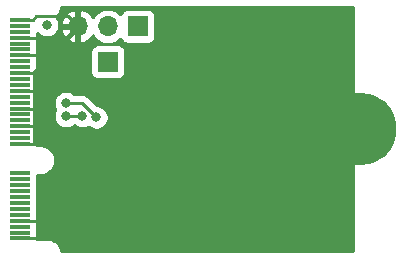
<source format=gbr>
G04 #@! TF.GenerationSoftware,KiCad,Pcbnew,5.1.4-3.fc30*
G04 #@! TF.CreationDate,2020-01-13T02:26:48-05:00*
G04 #@! TF.ProjectId,librem5-m2-breakout,6c696272-656d-4352-9d6d-322d62726561,v0.5.0*
G04 #@! TF.SameCoordinates,Original*
G04 #@! TF.FileFunction,Copper,L1,Top*
G04 #@! TF.FilePolarity,Positive*
%FSLAX46Y46*%
G04 Gerber Fmt 4.6, Leading zero omitted, Abs format (unit mm)*
G04 Created by KiCad (PCBNEW 5.1.4-3.fc30) date 2020-01-13 02:26:48*
%MOMM*%
%LPD*%
G04 APERTURE LIST*
%ADD10R,1.700000X1.700000*%
%ADD11O,1.700000X1.700000*%
%ADD12C,6.150000*%
%ADD13R,1.700000X0.350000*%
%ADD14C,0.800000*%
%ADD15C,0.250000*%
%ADD16C,0.254000*%
G04 APERTURE END LIST*
D10*
X130000000Y-86300000D03*
D11*
X127460000Y-86300000D03*
X124920000Y-86300000D03*
D10*
X127460000Y-89300000D03*
D12*
X148850000Y-95000000D03*
D13*
X120000000Y-104250000D03*
X120000000Y-103750000D03*
X120000000Y-103250000D03*
X120000000Y-102750000D03*
X120000000Y-102250000D03*
X120000000Y-101750000D03*
X120000000Y-99250000D03*
X120000000Y-98750000D03*
X120000000Y-96250000D03*
X120000000Y-95750000D03*
X120000000Y-95250000D03*
X120000000Y-94750000D03*
X120000000Y-94250000D03*
X120000000Y-93750000D03*
X120000000Y-93250000D03*
X120000000Y-92750000D03*
X120000000Y-92250000D03*
X120000000Y-91750000D03*
X120000000Y-91250000D03*
X120000000Y-90750000D03*
X120000000Y-90250000D03*
X120000000Y-89750000D03*
X120000000Y-89250000D03*
X120000000Y-88750000D03*
X120000000Y-88250000D03*
X120000000Y-87750000D03*
X120000000Y-87250000D03*
X120000000Y-86750000D03*
X120000000Y-86250000D03*
X120000000Y-85750000D03*
X120000000Y-101250000D03*
X120000000Y-100750000D03*
X120000000Y-100250000D03*
X120000000Y-99750000D03*
D14*
X122300000Y-86200000D03*
X126500000Y-94000000D03*
X123900000Y-92800000D03*
X123000000Y-103000016D03*
X122000000Y-93900000D03*
X131300000Y-102250000D03*
X123900000Y-93900016D03*
X125300000Y-93900000D03*
D15*
X125300000Y-92800000D02*
X124465685Y-92800000D01*
X124465685Y-92800000D02*
X123900000Y-92800000D01*
X126500000Y-94000000D02*
X125300000Y-92800000D01*
X123970000Y-87250000D02*
X124920000Y-86300000D01*
X120000000Y-87250000D02*
X123970000Y-87250000D01*
X122470000Y-88750000D02*
X124920000Y-86300000D01*
X120000000Y-88750000D02*
X122470000Y-88750000D01*
X124920000Y-86430000D02*
X124920000Y-86300000D01*
X120000000Y-90250000D02*
X121100000Y-90250000D01*
X124070001Y-85450001D02*
X124920000Y-86300000D01*
X121399999Y-85450001D02*
X124070001Y-85450001D01*
X120000000Y-85750000D02*
X121100000Y-85750000D01*
X121100000Y-85750000D02*
X121399999Y-85450001D01*
X121199990Y-90150010D02*
X121525000Y-89825000D01*
X120000000Y-91750000D02*
X121100000Y-91750000D01*
X121100000Y-91750000D02*
X121199990Y-91650010D01*
X121525000Y-89825000D02*
X124920000Y-86430000D01*
X121100000Y-90250000D02*
X121525000Y-89825000D01*
X120000000Y-93250000D02*
X121100000Y-93250000D01*
X121100000Y-93250000D02*
X121199990Y-93150010D01*
X121199990Y-91650010D02*
X121199990Y-91400010D01*
X121199990Y-91400010D02*
X121199990Y-90150010D01*
X121100000Y-94750000D02*
X121199990Y-94650010D01*
X120000000Y-94750000D02*
X121100000Y-94750000D01*
X121199990Y-93150010D02*
X121199990Y-92900010D01*
X121199990Y-92900010D02*
X121199990Y-91400010D01*
X120000000Y-96250000D02*
X121100000Y-96250000D01*
X121100000Y-96250000D02*
X121199990Y-96150010D01*
X121199990Y-94650010D02*
X121199990Y-94500010D01*
X121199990Y-94500010D02*
X121199990Y-92900010D01*
X121199990Y-94899990D02*
X121199990Y-94500010D01*
X121199990Y-96150010D02*
X121199990Y-94899990D01*
X120000000Y-102750000D02*
X122749984Y-102750000D01*
X122749984Y-102750000D02*
X123000000Y-103000016D01*
X121199990Y-94700010D02*
X122000000Y-93900000D01*
X121199990Y-94899990D02*
X121199990Y-94700010D01*
X123375000Y-104775000D02*
X124045000Y-104775000D01*
X124045000Y-104775000D02*
X125220000Y-104775000D01*
X120000000Y-104250000D02*
X122850000Y-104250000D01*
X122850000Y-104250000D02*
X123375000Y-104775000D01*
X141299990Y-102250000D02*
X148549990Y-95000000D01*
X131300000Y-102250000D02*
X141299990Y-102250000D01*
X125300000Y-93900000D02*
X123900016Y-93900000D01*
X123900016Y-93900000D02*
X123900000Y-93900016D01*
D16*
G36*
X148190000Y-105340000D02*
G01*
X123505057Y-105340000D01*
X123501311Y-105304360D01*
X123500450Y-105295617D01*
X123500362Y-105295325D01*
X123496173Y-105255473D01*
X123484140Y-105196854D01*
X123472936Y-105138116D01*
X123470272Y-105129294D01*
X123441416Y-105036075D01*
X123418238Y-104980937D01*
X123395825Y-104925463D01*
X123391498Y-104917327D01*
X123345085Y-104831489D01*
X123311645Y-104781913D01*
X123278881Y-104731844D01*
X123273057Y-104724703D01*
X123210855Y-104649514D01*
X123168406Y-104607361D01*
X123126561Y-104564629D01*
X123119460Y-104558755D01*
X123043839Y-104497079D01*
X122994034Y-104463988D01*
X122944650Y-104430174D01*
X122936544Y-104425792D01*
X122850383Y-104379980D01*
X122795091Y-104357191D01*
X122740102Y-104333622D01*
X122731299Y-104330897D01*
X122637881Y-104302692D01*
X122579174Y-104291067D01*
X122520684Y-104278635D01*
X122511530Y-104277673D01*
X122511524Y-104277672D01*
X122511519Y-104277672D01*
X122414402Y-104268150D01*
X122382419Y-104265000D01*
X121388284Y-104265000D01*
X121439502Y-104169180D01*
X121474525Y-104053725D01*
X121485000Y-104043250D01*
X121480514Y-104001738D01*
X121488072Y-103925000D01*
X121488072Y-103575000D01*
X121480685Y-103500000D01*
X121488072Y-103425000D01*
X121488072Y-103075000D01*
X121480514Y-102998262D01*
X121485000Y-102956750D01*
X121474525Y-102946275D01*
X121439502Y-102830820D01*
X121396302Y-102750000D01*
X121439502Y-102669180D01*
X121474525Y-102553725D01*
X121485000Y-102543250D01*
X121480514Y-102501738D01*
X121488072Y-102425000D01*
X121488072Y-102075000D01*
X121480685Y-102000000D01*
X121488072Y-101925000D01*
X121488072Y-101575000D01*
X121480685Y-101500000D01*
X121488072Y-101425000D01*
X121488072Y-101075000D01*
X121480685Y-101000000D01*
X121488072Y-100925000D01*
X121488072Y-100575000D01*
X121480685Y-100500000D01*
X121488072Y-100425000D01*
X121488072Y-100075000D01*
X121480685Y-100000000D01*
X121488072Y-99925000D01*
X121488072Y-99575000D01*
X121480685Y-99500000D01*
X121488072Y-99425000D01*
X121488072Y-99075000D01*
X121480685Y-99000000D01*
X121488072Y-98925000D01*
X121488072Y-98885000D01*
X121782419Y-98885000D01*
X121814991Y-98881792D01*
X121822782Y-98881792D01*
X121831947Y-98880829D01*
X121948317Y-98867776D01*
X122006834Y-98855337D01*
X122065512Y-98843719D01*
X122074315Y-98840994D01*
X122185933Y-98805586D01*
X122240904Y-98782024D01*
X122296216Y-98759227D01*
X122304322Y-98754844D01*
X122406937Y-98698431D01*
X122456298Y-98664632D01*
X122506118Y-98631533D01*
X122513218Y-98625659D01*
X122602922Y-98550389D01*
X122644767Y-98507659D01*
X122687223Y-98465498D01*
X122693047Y-98458357D01*
X122766422Y-98367097D01*
X122799178Y-98317041D01*
X122832629Y-98267447D01*
X122836955Y-98259310D01*
X122891206Y-98155536D01*
X122913608Y-98100087D01*
X122936794Y-98044931D01*
X122939457Y-98036109D01*
X122972519Y-97923775D01*
X122983724Y-97865034D01*
X122995757Y-97806417D01*
X122996656Y-97797246D01*
X123007269Y-97680628D01*
X123006851Y-97620811D01*
X123007269Y-97560994D01*
X123006370Y-97551823D01*
X122994130Y-97435365D01*
X122982098Y-97376753D01*
X122970893Y-97318008D01*
X122968229Y-97309186D01*
X122933602Y-97197324D01*
X122910416Y-97142168D01*
X122888014Y-97086719D01*
X122883688Y-97078582D01*
X122827993Y-96975575D01*
X122794557Y-96926005D01*
X122761785Y-96875923D01*
X122755960Y-96868782D01*
X122681318Y-96778556D01*
X122638884Y-96736418D01*
X122597022Y-96693669D01*
X122589921Y-96687796D01*
X122589918Y-96687793D01*
X122589914Y-96687791D01*
X122499176Y-96613785D01*
X122449376Y-96580698D01*
X122399993Y-96546884D01*
X122391891Y-96542505D01*
X122391887Y-96542502D01*
X122391883Y-96542500D01*
X122288493Y-96487527D01*
X122233234Y-96464751D01*
X122178205Y-96441165D01*
X122169402Y-96438441D01*
X122057301Y-96404596D01*
X121998628Y-96392979D01*
X121940111Y-96380540D01*
X121930946Y-96379577D01*
X121814405Y-96368150D01*
X121814402Y-96368150D01*
X121782419Y-96365000D01*
X121393250Y-96365000D01*
X121347725Y-96319475D01*
X121380537Y-96279494D01*
X121439502Y-96169180D01*
X121474525Y-96053725D01*
X121485000Y-96043250D01*
X121480514Y-96001738D01*
X121488072Y-95925000D01*
X121488072Y-95575000D01*
X121480685Y-95500000D01*
X121488072Y-95425000D01*
X121488072Y-95075000D01*
X121480514Y-94998262D01*
X121485000Y-94956750D01*
X121474525Y-94946275D01*
X121439502Y-94830820D01*
X121396302Y-94750000D01*
X121439502Y-94669180D01*
X121474525Y-94553725D01*
X121485000Y-94543250D01*
X121480514Y-94501738D01*
X121488072Y-94425000D01*
X121488072Y-94075000D01*
X121480685Y-93999999D01*
X121488072Y-93925000D01*
X121488072Y-93575000D01*
X121480514Y-93498262D01*
X121485000Y-93456750D01*
X121474525Y-93446275D01*
X121439502Y-93330820D01*
X121396302Y-93250000D01*
X121439502Y-93169180D01*
X121474525Y-93053725D01*
X121485000Y-93043250D01*
X121480514Y-93001738D01*
X121488072Y-92925000D01*
X121488072Y-92698061D01*
X122865000Y-92698061D01*
X122865000Y-92901939D01*
X122904774Y-93101898D01*
X122982795Y-93290256D01*
X123022720Y-93350008D01*
X122982795Y-93409760D01*
X122904774Y-93598118D01*
X122865000Y-93798077D01*
X122865000Y-94001955D01*
X122904774Y-94201914D01*
X122982795Y-94390272D01*
X123096063Y-94559790D01*
X123240226Y-94703953D01*
X123409744Y-94817221D01*
X123598102Y-94895242D01*
X123798061Y-94935016D01*
X124001939Y-94935016D01*
X124201898Y-94895242D01*
X124390256Y-94817221D01*
X124559774Y-94703953D01*
X124600008Y-94663719D01*
X124640226Y-94703937D01*
X124809744Y-94817205D01*
X124998102Y-94895226D01*
X125198061Y-94935000D01*
X125401939Y-94935000D01*
X125601898Y-94895226D01*
X125790256Y-94817205D01*
X125828164Y-94791875D01*
X125840226Y-94803937D01*
X126009744Y-94917205D01*
X126198102Y-94995226D01*
X126398061Y-95035000D01*
X126601939Y-95035000D01*
X126801898Y-94995226D01*
X126990256Y-94917205D01*
X127159774Y-94803937D01*
X127303937Y-94659774D01*
X127417205Y-94490256D01*
X127495226Y-94301898D01*
X127535000Y-94101939D01*
X127535000Y-93898061D01*
X127495226Y-93698102D01*
X127417205Y-93509744D01*
X127303937Y-93340226D01*
X127159774Y-93196063D01*
X126990256Y-93082795D01*
X126801898Y-93004774D01*
X126601939Y-92965000D01*
X126539802Y-92965000D01*
X125863804Y-92289003D01*
X125840001Y-92259999D01*
X125724276Y-92165026D01*
X125592247Y-92094454D01*
X125448986Y-92050997D01*
X125337333Y-92040000D01*
X125337322Y-92040000D01*
X125300000Y-92036324D01*
X125262678Y-92040000D01*
X124603711Y-92040000D01*
X124559774Y-91996063D01*
X124390256Y-91882795D01*
X124201898Y-91804774D01*
X124001939Y-91765000D01*
X123798061Y-91765000D01*
X123598102Y-91804774D01*
X123409744Y-91882795D01*
X123240226Y-91996063D01*
X123096063Y-92140226D01*
X122982795Y-92309744D01*
X122904774Y-92498102D01*
X122865000Y-92698061D01*
X121488072Y-92698061D01*
X121488072Y-92575000D01*
X121480685Y-92500000D01*
X121488072Y-92425000D01*
X121488072Y-92075000D01*
X121480514Y-91998262D01*
X121485000Y-91956750D01*
X121474525Y-91946275D01*
X121439502Y-91830820D01*
X121396302Y-91750000D01*
X121439502Y-91669180D01*
X121474525Y-91553725D01*
X121485000Y-91543250D01*
X121480514Y-91501738D01*
X121488072Y-91425000D01*
X121488072Y-91075000D01*
X121480685Y-91000000D01*
X121488072Y-90925000D01*
X121488072Y-90575000D01*
X121480514Y-90498262D01*
X121485000Y-90456750D01*
X121474525Y-90446275D01*
X121439502Y-90330820D01*
X121396302Y-90250000D01*
X121439502Y-90169180D01*
X121474525Y-90053725D01*
X121485000Y-90043250D01*
X121480514Y-90001738D01*
X121488072Y-89925000D01*
X121488072Y-89575000D01*
X121480685Y-89500000D01*
X121488072Y-89425000D01*
X121488072Y-89075000D01*
X121480514Y-88998262D01*
X121485000Y-88956750D01*
X121474525Y-88946275D01*
X121439502Y-88830820D01*
X121396302Y-88750000D01*
X121439502Y-88669180D01*
X121474525Y-88553725D01*
X121485000Y-88543250D01*
X121480514Y-88501738D01*
X121485609Y-88450000D01*
X125971928Y-88450000D01*
X125971928Y-90150000D01*
X125984188Y-90274482D01*
X126020498Y-90394180D01*
X126079463Y-90504494D01*
X126158815Y-90601185D01*
X126255506Y-90680537D01*
X126365820Y-90739502D01*
X126485518Y-90775812D01*
X126610000Y-90788072D01*
X128310000Y-90788072D01*
X128434482Y-90775812D01*
X128554180Y-90739502D01*
X128664494Y-90680537D01*
X128761185Y-90601185D01*
X128840537Y-90504494D01*
X128899502Y-90394180D01*
X128935812Y-90274482D01*
X128948072Y-90150000D01*
X128948072Y-88450000D01*
X128935812Y-88325518D01*
X128899502Y-88205820D01*
X128840537Y-88095506D01*
X128761185Y-87998815D01*
X128664494Y-87919463D01*
X128554180Y-87860498D01*
X128434482Y-87824188D01*
X128310000Y-87811928D01*
X126610000Y-87811928D01*
X126485518Y-87824188D01*
X126365820Y-87860498D01*
X126255506Y-87919463D01*
X126158815Y-87998815D01*
X126079463Y-88095506D01*
X126020498Y-88205820D01*
X125984188Y-88325518D01*
X125971928Y-88450000D01*
X121485609Y-88450000D01*
X121488072Y-88425000D01*
X121488072Y-88075000D01*
X121480685Y-88000000D01*
X121488072Y-87925000D01*
X121488072Y-87575000D01*
X121480514Y-87498262D01*
X121485000Y-87456750D01*
X121474525Y-87446275D01*
X121439502Y-87330820D01*
X121396302Y-87250000D01*
X121439502Y-87169180D01*
X121474525Y-87053725D01*
X121485000Y-87043250D01*
X121480514Y-87001738D01*
X121488072Y-86925000D01*
X121488072Y-86847815D01*
X121496063Y-86859774D01*
X121640226Y-87003937D01*
X121809744Y-87117205D01*
X121998102Y-87195226D01*
X122198061Y-87235000D01*
X122401939Y-87235000D01*
X122601898Y-87195226D01*
X122790256Y-87117205D01*
X122959774Y-87003937D01*
X123103937Y-86859774D01*
X123217205Y-86690256D01*
X123231025Y-86656891D01*
X123478519Y-86656891D01*
X123575843Y-86931252D01*
X123724822Y-87181355D01*
X123919731Y-87397588D01*
X124153080Y-87571641D01*
X124415901Y-87696825D01*
X124563110Y-87741476D01*
X124793000Y-87620155D01*
X124793000Y-86427000D01*
X123599186Y-86427000D01*
X123478519Y-86656891D01*
X123231025Y-86656891D01*
X123295226Y-86501898D01*
X123335000Y-86301939D01*
X123335000Y-86098061D01*
X123304179Y-85943109D01*
X123478519Y-85943109D01*
X123599186Y-86173000D01*
X124793000Y-86173000D01*
X124793000Y-84979845D01*
X125047000Y-84979845D01*
X125047000Y-86173000D01*
X125067000Y-86173000D01*
X125067000Y-86427000D01*
X125047000Y-86427000D01*
X125047000Y-87620155D01*
X125276890Y-87741476D01*
X125424099Y-87696825D01*
X125686920Y-87571641D01*
X125920269Y-87397588D01*
X126115178Y-87181355D01*
X126184799Y-87064477D01*
X126219294Y-87129014D01*
X126404866Y-87355134D01*
X126630986Y-87540706D01*
X126888966Y-87678599D01*
X127168889Y-87763513D01*
X127387050Y-87785000D01*
X127532950Y-87785000D01*
X127751111Y-87763513D01*
X128031034Y-87678599D01*
X128289014Y-87540706D01*
X128515134Y-87355134D01*
X128539607Y-87325313D01*
X128560498Y-87394180D01*
X128619463Y-87504494D01*
X128698815Y-87601185D01*
X128795506Y-87680537D01*
X128905820Y-87739502D01*
X129025518Y-87775812D01*
X129150000Y-87788072D01*
X130850000Y-87788072D01*
X130974482Y-87775812D01*
X131094180Y-87739502D01*
X131204494Y-87680537D01*
X131301185Y-87601185D01*
X131380537Y-87504494D01*
X131439502Y-87394180D01*
X131475812Y-87274482D01*
X131488072Y-87150000D01*
X131488072Y-85450000D01*
X131475812Y-85325518D01*
X131439502Y-85205820D01*
X131380537Y-85095506D01*
X131301185Y-84998815D01*
X131204494Y-84919463D01*
X131094180Y-84860498D01*
X130974482Y-84824188D01*
X130850000Y-84811928D01*
X129150000Y-84811928D01*
X129025518Y-84824188D01*
X128905820Y-84860498D01*
X128795506Y-84919463D01*
X128698815Y-84998815D01*
X128619463Y-85095506D01*
X128560498Y-85205820D01*
X128539607Y-85274687D01*
X128515134Y-85244866D01*
X128289014Y-85059294D01*
X128031034Y-84921401D01*
X127751111Y-84836487D01*
X127532950Y-84815000D01*
X127387050Y-84815000D01*
X127168889Y-84836487D01*
X126888966Y-84921401D01*
X126630986Y-85059294D01*
X126404866Y-85244866D01*
X126219294Y-85470986D01*
X126184799Y-85535523D01*
X126115178Y-85418645D01*
X125920269Y-85202412D01*
X125686920Y-85028359D01*
X125424099Y-84903175D01*
X125276890Y-84858524D01*
X125047000Y-84979845D01*
X124793000Y-84979845D01*
X124563110Y-84858524D01*
X124415901Y-84903175D01*
X124153080Y-85028359D01*
X123919731Y-85202412D01*
X123724822Y-85418645D01*
X123575843Y-85668748D01*
X123478519Y-85943109D01*
X123304179Y-85943109D01*
X123295226Y-85898102D01*
X123217205Y-85709744D01*
X123103937Y-85540226D01*
X123056575Y-85492864D01*
X123125486Y-85435855D01*
X123167639Y-85393406D01*
X123210371Y-85351561D01*
X123216245Y-85344460D01*
X123277921Y-85268840D01*
X123311052Y-85218975D01*
X123344825Y-85169650D01*
X123349208Y-85161544D01*
X123395020Y-85075383D01*
X123417809Y-85020091D01*
X123441378Y-84965102D01*
X123444103Y-84956299D01*
X123472308Y-84862881D01*
X123483933Y-84804174D01*
X123496365Y-84745684D01*
X123497327Y-84736530D01*
X123497328Y-84736524D01*
X123497328Y-84736519D01*
X123504830Y-84660000D01*
X148190001Y-84660000D01*
X148190000Y-105340000D01*
X148190000Y-105340000D01*
G37*
X148190000Y-105340000D02*
X123505057Y-105340000D01*
X123501311Y-105304360D01*
X123500450Y-105295617D01*
X123500362Y-105295325D01*
X123496173Y-105255473D01*
X123484140Y-105196854D01*
X123472936Y-105138116D01*
X123470272Y-105129294D01*
X123441416Y-105036075D01*
X123418238Y-104980937D01*
X123395825Y-104925463D01*
X123391498Y-104917327D01*
X123345085Y-104831489D01*
X123311645Y-104781913D01*
X123278881Y-104731844D01*
X123273057Y-104724703D01*
X123210855Y-104649514D01*
X123168406Y-104607361D01*
X123126561Y-104564629D01*
X123119460Y-104558755D01*
X123043839Y-104497079D01*
X122994034Y-104463988D01*
X122944650Y-104430174D01*
X122936544Y-104425792D01*
X122850383Y-104379980D01*
X122795091Y-104357191D01*
X122740102Y-104333622D01*
X122731299Y-104330897D01*
X122637881Y-104302692D01*
X122579174Y-104291067D01*
X122520684Y-104278635D01*
X122511530Y-104277673D01*
X122511524Y-104277672D01*
X122511519Y-104277672D01*
X122414402Y-104268150D01*
X122382419Y-104265000D01*
X121388284Y-104265000D01*
X121439502Y-104169180D01*
X121474525Y-104053725D01*
X121485000Y-104043250D01*
X121480514Y-104001738D01*
X121488072Y-103925000D01*
X121488072Y-103575000D01*
X121480685Y-103500000D01*
X121488072Y-103425000D01*
X121488072Y-103075000D01*
X121480514Y-102998262D01*
X121485000Y-102956750D01*
X121474525Y-102946275D01*
X121439502Y-102830820D01*
X121396302Y-102750000D01*
X121439502Y-102669180D01*
X121474525Y-102553725D01*
X121485000Y-102543250D01*
X121480514Y-102501738D01*
X121488072Y-102425000D01*
X121488072Y-102075000D01*
X121480685Y-102000000D01*
X121488072Y-101925000D01*
X121488072Y-101575000D01*
X121480685Y-101500000D01*
X121488072Y-101425000D01*
X121488072Y-101075000D01*
X121480685Y-101000000D01*
X121488072Y-100925000D01*
X121488072Y-100575000D01*
X121480685Y-100500000D01*
X121488072Y-100425000D01*
X121488072Y-100075000D01*
X121480685Y-100000000D01*
X121488072Y-99925000D01*
X121488072Y-99575000D01*
X121480685Y-99500000D01*
X121488072Y-99425000D01*
X121488072Y-99075000D01*
X121480685Y-99000000D01*
X121488072Y-98925000D01*
X121488072Y-98885000D01*
X121782419Y-98885000D01*
X121814991Y-98881792D01*
X121822782Y-98881792D01*
X121831947Y-98880829D01*
X121948317Y-98867776D01*
X122006834Y-98855337D01*
X122065512Y-98843719D01*
X122074315Y-98840994D01*
X122185933Y-98805586D01*
X122240904Y-98782024D01*
X122296216Y-98759227D01*
X122304322Y-98754844D01*
X122406937Y-98698431D01*
X122456298Y-98664632D01*
X122506118Y-98631533D01*
X122513218Y-98625659D01*
X122602922Y-98550389D01*
X122644767Y-98507659D01*
X122687223Y-98465498D01*
X122693047Y-98458357D01*
X122766422Y-98367097D01*
X122799178Y-98317041D01*
X122832629Y-98267447D01*
X122836955Y-98259310D01*
X122891206Y-98155536D01*
X122913608Y-98100087D01*
X122936794Y-98044931D01*
X122939457Y-98036109D01*
X122972519Y-97923775D01*
X122983724Y-97865034D01*
X122995757Y-97806417D01*
X122996656Y-97797246D01*
X123007269Y-97680628D01*
X123006851Y-97620811D01*
X123007269Y-97560994D01*
X123006370Y-97551823D01*
X122994130Y-97435365D01*
X122982098Y-97376753D01*
X122970893Y-97318008D01*
X122968229Y-97309186D01*
X122933602Y-97197324D01*
X122910416Y-97142168D01*
X122888014Y-97086719D01*
X122883688Y-97078582D01*
X122827993Y-96975575D01*
X122794557Y-96926005D01*
X122761785Y-96875923D01*
X122755960Y-96868782D01*
X122681318Y-96778556D01*
X122638884Y-96736418D01*
X122597022Y-96693669D01*
X122589921Y-96687796D01*
X122589918Y-96687793D01*
X122589914Y-96687791D01*
X122499176Y-96613785D01*
X122449376Y-96580698D01*
X122399993Y-96546884D01*
X122391891Y-96542505D01*
X122391887Y-96542502D01*
X122391883Y-96542500D01*
X122288493Y-96487527D01*
X122233234Y-96464751D01*
X122178205Y-96441165D01*
X122169402Y-96438441D01*
X122057301Y-96404596D01*
X121998628Y-96392979D01*
X121940111Y-96380540D01*
X121930946Y-96379577D01*
X121814405Y-96368150D01*
X121814402Y-96368150D01*
X121782419Y-96365000D01*
X121393250Y-96365000D01*
X121347725Y-96319475D01*
X121380537Y-96279494D01*
X121439502Y-96169180D01*
X121474525Y-96053725D01*
X121485000Y-96043250D01*
X121480514Y-96001738D01*
X121488072Y-95925000D01*
X121488072Y-95575000D01*
X121480685Y-95500000D01*
X121488072Y-95425000D01*
X121488072Y-95075000D01*
X121480514Y-94998262D01*
X121485000Y-94956750D01*
X121474525Y-94946275D01*
X121439502Y-94830820D01*
X121396302Y-94750000D01*
X121439502Y-94669180D01*
X121474525Y-94553725D01*
X121485000Y-94543250D01*
X121480514Y-94501738D01*
X121488072Y-94425000D01*
X121488072Y-94075000D01*
X121480685Y-93999999D01*
X121488072Y-93925000D01*
X121488072Y-93575000D01*
X121480514Y-93498262D01*
X121485000Y-93456750D01*
X121474525Y-93446275D01*
X121439502Y-93330820D01*
X121396302Y-93250000D01*
X121439502Y-93169180D01*
X121474525Y-93053725D01*
X121485000Y-93043250D01*
X121480514Y-93001738D01*
X121488072Y-92925000D01*
X121488072Y-92698061D01*
X122865000Y-92698061D01*
X122865000Y-92901939D01*
X122904774Y-93101898D01*
X122982795Y-93290256D01*
X123022720Y-93350008D01*
X122982795Y-93409760D01*
X122904774Y-93598118D01*
X122865000Y-93798077D01*
X122865000Y-94001955D01*
X122904774Y-94201914D01*
X122982795Y-94390272D01*
X123096063Y-94559790D01*
X123240226Y-94703953D01*
X123409744Y-94817221D01*
X123598102Y-94895242D01*
X123798061Y-94935016D01*
X124001939Y-94935016D01*
X124201898Y-94895242D01*
X124390256Y-94817221D01*
X124559774Y-94703953D01*
X124600008Y-94663719D01*
X124640226Y-94703937D01*
X124809744Y-94817205D01*
X124998102Y-94895226D01*
X125198061Y-94935000D01*
X125401939Y-94935000D01*
X125601898Y-94895226D01*
X125790256Y-94817205D01*
X125828164Y-94791875D01*
X125840226Y-94803937D01*
X126009744Y-94917205D01*
X126198102Y-94995226D01*
X126398061Y-95035000D01*
X126601939Y-95035000D01*
X126801898Y-94995226D01*
X126990256Y-94917205D01*
X127159774Y-94803937D01*
X127303937Y-94659774D01*
X127417205Y-94490256D01*
X127495226Y-94301898D01*
X127535000Y-94101939D01*
X127535000Y-93898061D01*
X127495226Y-93698102D01*
X127417205Y-93509744D01*
X127303937Y-93340226D01*
X127159774Y-93196063D01*
X126990256Y-93082795D01*
X126801898Y-93004774D01*
X126601939Y-92965000D01*
X126539802Y-92965000D01*
X125863804Y-92289003D01*
X125840001Y-92259999D01*
X125724276Y-92165026D01*
X125592247Y-92094454D01*
X125448986Y-92050997D01*
X125337333Y-92040000D01*
X125337322Y-92040000D01*
X125300000Y-92036324D01*
X125262678Y-92040000D01*
X124603711Y-92040000D01*
X124559774Y-91996063D01*
X124390256Y-91882795D01*
X124201898Y-91804774D01*
X124001939Y-91765000D01*
X123798061Y-91765000D01*
X123598102Y-91804774D01*
X123409744Y-91882795D01*
X123240226Y-91996063D01*
X123096063Y-92140226D01*
X122982795Y-92309744D01*
X122904774Y-92498102D01*
X122865000Y-92698061D01*
X121488072Y-92698061D01*
X121488072Y-92575000D01*
X121480685Y-92500000D01*
X121488072Y-92425000D01*
X121488072Y-92075000D01*
X121480514Y-91998262D01*
X121485000Y-91956750D01*
X121474525Y-91946275D01*
X121439502Y-91830820D01*
X121396302Y-91750000D01*
X121439502Y-91669180D01*
X121474525Y-91553725D01*
X121485000Y-91543250D01*
X121480514Y-91501738D01*
X121488072Y-91425000D01*
X121488072Y-91075000D01*
X121480685Y-91000000D01*
X121488072Y-90925000D01*
X121488072Y-90575000D01*
X121480514Y-90498262D01*
X121485000Y-90456750D01*
X121474525Y-90446275D01*
X121439502Y-90330820D01*
X121396302Y-90250000D01*
X121439502Y-90169180D01*
X121474525Y-90053725D01*
X121485000Y-90043250D01*
X121480514Y-90001738D01*
X121488072Y-89925000D01*
X121488072Y-89575000D01*
X121480685Y-89500000D01*
X121488072Y-89425000D01*
X121488072Y-89075000D01*
X121480514Y-88998262D01*
X121485000Y-88956750D01*
X121474525Y-88946275D01*
X121439502Y-88830820D01*
X121396302Y-88750000D01*
X121439502Y-88669180D01*
X121474525Y-88553725D01*
X121485000Y-88543250D01*
X121480514Y-88501738D01*
X121485609Y-88450000D01*
X125971928Y-88450000D01*
X125971928Y-90150000D01*
X125984188Y-90274482D01*
X126020498Y-90394180D01*
X126079463Y-90504494D01*
X126158815Y-90601185D01*
X126255506Y-90680537D01*
X126365820Y-90739502D01*
X126485518Y-90775812D01*
X126610000Y-90788072D01*
X128310000Y-90788072D01*
X128434482Y-90775812D01*
X128554180Y-90739502D01*
X128664494Y-90680537D01*
X128761185Y-90601185D01*
X128840537Y-90504494D01*
X128899502Y-90394180D01*
X128935812Y-90274482D01*
X128948072Y-90150000D01*
X128948072Y-88450000D01*
X128935812Y-88325518D01*
X128899502Y-88205820D01*
X128840537Y-88095506D01*
X128761185Y-87998815D01*
X128664494Y-87919463D01*
X128554180Y-87860498D01*
X128434482Y-87824188D01*
X128310000Y-87811928D01*
X126610000Y-87811928D01*
X126485518Y-87824188D01*
X126365820Y-87860498D01*
X126255506Y-87919463D01*
X126158815Y-87998815D01*
X126079463Y-88095506D01*
X126020498Y-88205820D01*
X125984188Y-88325518D01*
X125971928Y-88450000D01*
X121485609Y-88450000D01*
X121488072Y-88425000D01*
X121488072Y-88075000D01*
X121480685Y-88000000D01*
X121488072Y-87925000D01*
X121488072Y-87575000D01*
X121480514Y-87498262D01*
X121485000Y-87456750D01*
X121474525Y-87446275D01*
X121439502Y-87330820D01*
X121396302Y-87250000D01*
X121439502Y-87169180D01*
X121474525Y-87053725D01*
X121485000Y-87043250D01*
X121480514Y-87001738D01*
X121488072Y-86925000D01*
X121488072Y-86847815D01*
X121496063Y-86859774D01*
X121640226Y-87003937D01*
X121809744Y-87117205D01*
X121998102Y-87195226D01*
X122198061Y-87235000D01*
X122401939Y-87235000D01*
X122601898Y-87195226D01*
X122790256Y-87117205D01*
X122959774Y-87003937D01*
X123103937Y-86859774D01*
X123217205Y-86690256D01*
X123231025Y-86656891D01*
X123478519Y-86656891D01*
X123575843Y-86931252D01*
X123724822Y-87181355D01*
X123919731Y-87397588D01*
X124153080Y-87571641D01*
X124415901Y-87696825D01*
X124563110Y-87741476D01*
X124793000Y-87620155D01*
X124793000Y-86427000D01*
X123599186Y-86427000D01*
X123478519Y-86656891D01*
X123231025Y-86656891D01*
X123295226Y-86501898D01*
X123335000Y-86301939D01*
X123335000Y-86098061D01*
X123304179Y-85943109D01*
X123478519Y-85943109D01*
X123599186Y-86173000D01*
X124793000Y-86173000D01*
X124793000Y-84979845D01*
X125047000Y-84979845D01*
X125047000Y-86173000D01*
X125067000Y-86173000D01*
X125067000Y-86427000D01*
X125047000Y-86427000D01*
X125047000Y-87620155D01*
X125276890Y-87741476D01*
X125424099Y-87696825D01*
X125686920Y-87571641D01*
X125920269Y-87397588D01*
X126115178Y-87181355D01*
X126184799Y-87064477D01*
X126219294Y-87129014D01*
X126404866Y-87355134D01*
X126630986Y-87540706D01*
X126888966Y-87678599D01*
X127168889Y-87763513D01*
X127387050Y-87785000D01*
X127532950Y-87785000D01*
X127751111Y-87763513D01*
X128031034Y-87678599D01*
X128289014Y-87540706D01*
X128515134Y-87355134D01*
X128539607Y-87325313D01*
X128560498Y-87394180D01*
X128619463Y-87504494D01*
X128698815Y-87601185D01*
X128795506Y-87680537D01*
X128905820Y-87739502D01*
X129025518Y-87775812D01*
X129150000Y-87788072D01*
X130850000Y-87788072D01*
X130974482Y-87775812D01*
X131094180Y-87739502D01*
X131204494Y-87680537D01*
X131301185Y-87601185D01*
X131380537Y-87504494D01*
X131439502Y-87394180D01*
X131475812Y-87274482D01*
X131488072Y-87150000D01*
X131488072Y-85450000D01*
X131475812Y-85325518D01*
X131439502Y-85205820D01*
X131380537Y-85095506D01*
X131301185Y-84998815D01*
X131204494Y-84919463D01*
X131094180Y-84860498D01*
X130974482Y-84824188D01*
X130850000Y-84811928D01*
X129150000Y-84811928D01*
X129025518Y-84824188D01*
X128905820Y-84860498D01*
X128795506Y-84919463D01*
X128698815Y-84998815D01*
X128619463Y-85095506D01*
X128560498Y-85205820D01*
X128539607Y-85274687D01*
X128515134Y-85244866D01*
X128289014Y-85059294D01*
X128031034Y-84921401D01*
X127751111Y-84836487D01*
X127532950Y-84815000D01*
X127387050Y-84815000D01*
X127168889Y-84836487D01*
X126888966Y-84921401D01*
X126630986Y-85059294D01*
X126404866Y-85244866D01*
X126219294Y-85470986D01*
X126184799Y-85535523D01*
X126115178Y-85418645D01*
X125920269Y-85202412D01*
X125686920Y-85028359D01*
X125424099Y-84903175D01*
X125276890Y-84858524D01*
X125047000Y-84979845D01*
X124793000Y-84979845D01*
X124563110Y-84858524D01*
X124415901Y-84903175D01*
X124153080Y-85028359D01*
X123919731Y-85202412D01*
X123724822Y-85418645D01*
X123575843Y-85668748D01*
X123478519Y-85943109D01*
X123304179Y-85943109D01*
X123295226Y-85898102D01*
X123217205Y-85709744D01*
X123103937Y-85540226D01*
X123056575Y-85492864D01*
X123125486Y-85435855D01*
X123167639Y-85393406D01*
X123210371Y-85351561D01*
X123216245Y-85344460D01*
X123277921Y-85268840D01*
X123311052Y-85218975D01*
X123344825Y-85169650D01*
X123349208Y-85161544D01*
X123395020Y-85075383D01*
X123417809Y-85020091D01*
X123441378Y-84965102D01*
X123444103Y-84956299D01*
X123472308Y-84862881D01*
X123483933Y-84804174D01*
X123496365Y-84745684D01*
X123497327Y-84736530D01*
X123497328Y-84736524D01*
X123497328Y-84736519D01*
X123504830Y-84660000D01*
X148190001Y-84660000D01*
X148190000Y-105340000D01*
M02*

</source>
